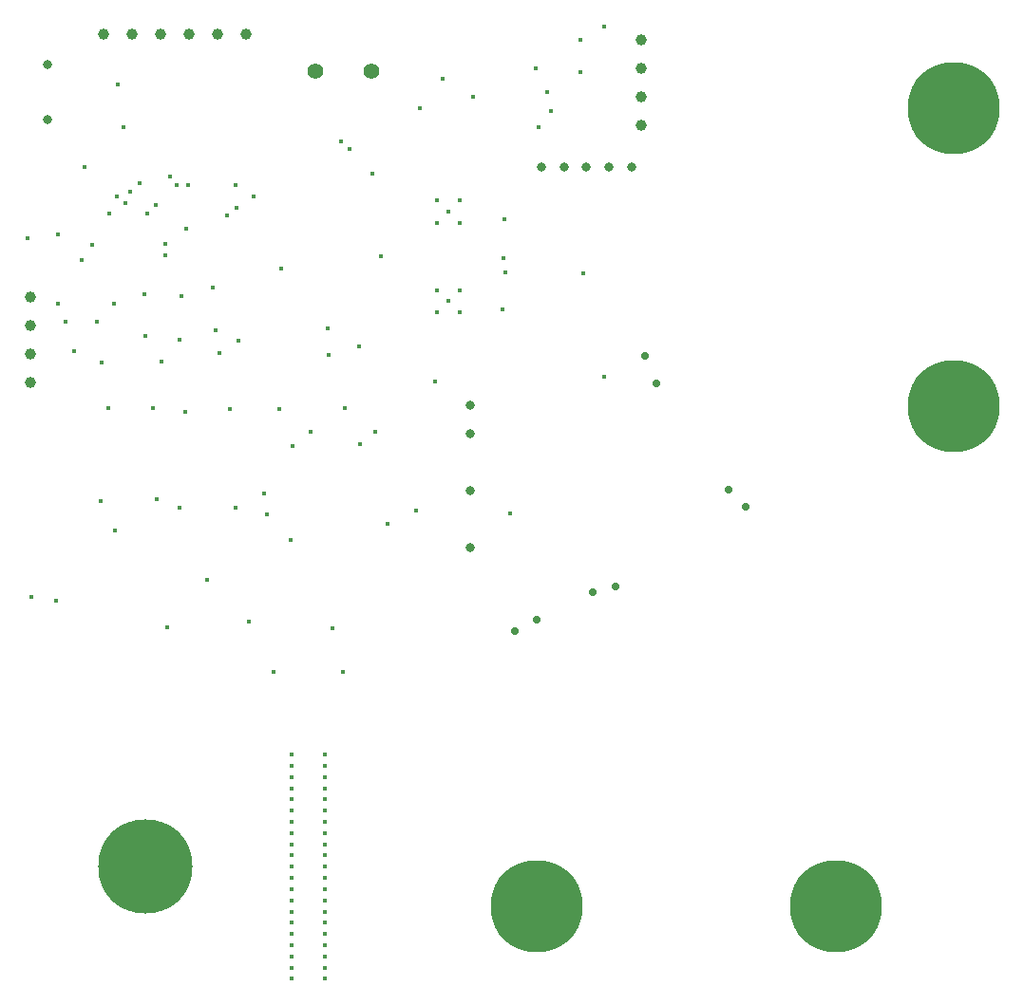
<source format=gbr>
%TF.GenerationSoftware,KiCad,Pcbnew,7.0.9*%
%TF.CreationDate,2024-06-05T16:20:16+05:30*%
%TF.ProjectId,BMS_Master,424d535f-4d61-4737-9465-722e6b696361,rev?*%
%TF.SameCoordinates,Original*%
%TF.FileFunction,Plated,1,2,PTH,Drill*%
%TF.FilePolarity,Positive*%
%FSLAX46Y46*%
G04 Gerber Fmt 4.6, Leading zero omitted, Abs format (unit mm)*
G04 Created by KiCad (PCBNEW 7.0.9) date 2024-06-05 16:20:16*
%MOMM*%
%LPD*%
G01*
G04 APERTURE LIST*
%TA.AperFunction,ViaDrill*%
%ADD10C,0.400000*%
%TD*%
%TA.AperFunction,ComponentDrill*%
%ADD11C,0.700000*%
%TD*%
%TA.AperFunction,ComponentDrill*%
%ADD12C,0.800000*%
%TD*%
%TA.AperFunction,ComponentDrill*%
%ADD13C,0.990600*%
%TD*%
%TA.AperFunction,ComponentDrill*%
%ADD14C,1.000000*%
%TD*%
%TA.AperFunction,ComponentDrill*%
%ADD15C,1.400000*%
%TD*%
%TA.AperFunction,ComponentDrill*%
%ADD16C,8.200000*%
%TD*%
%TA.AperFunction,ComponentDrill*%
%ADD17C,8.400000*%
%TD*%
G04 APERTURE END LIST*
D10*
X189500000Y-77900000D03*
X189800000Y-109900000D03*
X192000000Y-110300000D03*
X192151000Y-83800000D03*
X192200000Y-77600000D03*
X192875500Y-85400000D03*
X193600000Y-88000000D03*
X194300000Y-79900000D03*
X194600000Y-71600000D03*
X195199500Y-78532399D03*
X195700000Y-85400000D03*
X196000000Y-101400000D03*
X196100000Y-89000000D03*
X196700000Y-93100000D03*
X196800000Y-75725500D03*
X197175500Y-83778449D03*
X197300000Y-104000000D03*
X197419786Y-74200000D03*
X197500000Y-64200000D03*
X198000000Y-68000000D03*
X198198335Y-74827979D03*
X198637185Y-73799041D03*
X199514286Y-73024720D03*
X199900000Y-82900000D03*
X200000000Y-86650500D03*
X200162299Y-75762299D03*
X200700000Y-93100000D03*
X200949777Y-74949777D03*
X201000000Y-101200000D03*
X201400000Y-88900000D03*
X201765014Y-79455574D03*
X201800000Y-78400000D03*
X201900000Y-112600000D03*
X202160134Y-72432162D03*
X202800000Y-73200000D03*
X203000000Y-87000000D03*
X203000000Y-102000000D03*
X203200000Y-83100000D03*
X203500000Y-93400000D03*
X203600000Y-77100000D03*
X203799503Y-73200000D03*
X205500000Y-108375500D03*
X206000000Y-82300000D03*
X206269788Y-86100500D03*
X206600000Y-88200000D03*
X207300000Y-75900000D03*
X207500000Y-93200000D03*
X208000000Y-73200000D03*
X208000000Y-102000000D03*
X208131637Y-75175500D03*
X208300000Y-87100000D03*
X209205000Y-112125000D03*
X209600000Y-74200000D03*
X210600000Y-100700000D03*
X210800000Y-102600000D03*
X211400000Y-116600000D03*
X211900000Y-93200000D03*
X212100000Y-80600000D03*
X212951634Y-104844575D03*
X213000000Y-124000000D03*
X213000000Y-125000000D03*
X213000000Y-126000000D03*
X213000000Y-127000000D03*
X213000000Y-128000000D03*
X213000000Y-129000000D03*
X213000000Y-130000000D03*
X213000000Y-131000000D03*
X213000000Y-132000000D03*
X213000000Y-133000000D03*
X213000000Y-134000000D03*
X213000000Y-135000000D03*
X213000000Y-136000000D03*
X213000000Y-137000000D03*
X213000000Y-138000000D03*
X213000000Y-139000000D03*
X213000000Y-140000000D03*
X213000000Y-141000000D03*
X213000000Y-142000000D03*
X213000000Y-143000000D03*
X213000000Y-144000000D03*
X213100000Y-96500000D03*
X214700000Y-95200000D03*
X216000000Y-124000000D03*
X216000000Y-125000000D03*
X216000000Y-126000000D03*
X216000000Y-127000000D03*
X216000000Y-128000000D03*
X216000000Y-129000000D03*
X216000000Y-130000000D03*
X216000000Y-131000000D03*
X216000000Y-132000000D03*
X216000000Y-133000000D03*
X216000000Y-134000000D03*
X216000000Y-135000000D03*
X216000000Y-136000000D03*
X216000000Y-137000000D03*
X216000000Y-138000000D03*
X216000000Y-139000000D03*
X216000000Y-140000000D03*
X216000000Y-141000000D03*
X216000000Y-142000000D03*
X216000000Y-143000000D03*
X216000000Y-144000000D03*
X216200000Y-86000000D03*
X216300000Y-88300000D03*
X216700000Y-112700000D03*
X217400000Y-69275500D03*
X217600000Y-116600000D03*
X217800000Y-93100000D03*
X218200000Y-70000000D03*
X219000000Y-87540000D03*
X219100000Y-96300000D03*
X220200000Y-72200000D03*
X220500000Y-95200000D03*
X221000000Y-79540000D03*
X221600000Y-103400000D03*
X224100000Y-102200000D03*
X224475500Y-66287701D03*
X225800000Y-90700000D03*
X226000000Y-74540000D03*
X226000000Y-76540000D03*
X226000000Y-82540000D03*
X226000000Y-84540000D03*
X226480498Y-63724500D03*
X227000000Y-75540000D03*
X227000000Y-83540000D03*
X228000000Y-74540000D03*
X228000000Y-76540000D03*
X228000000Y-82540000D03*
X228000000Y-84540000D03*
X229199502Y-65300000D03*
X231800000Y-84300000D03*
X231900000Y-79700000D03*
X232000000Y-76200000D03*
X232100000Y-81000000D03*
X232500000Y-102500000D03*
X234800000Y-62800000D03*
X235000000Y-68000000D03*
X235800000Y-64900000D03*
X236107512Y-66578156D03*
X238719502Y-60200000D03*
X238719502Y-63100000D03*
X238975438Y-81074062D03*
X240887701Y-59012299D03*
X240900000Y-90250000D03*
D11*
%TO.C,K1*%
X232900000Y-113000000D03*
X234900000Y-112000000D03*
X239900000Y-109500000D03*
X241900000Y-109000000D03*
%TO.C,K2*%
X244500000Y-88400000D03*
X245500000Y-90900000D03*
X252000000Y-100400000D03*
X253500000Y-101900000D03*
D12*
%TO.C,Y1*%
X191300000Y-62450000D03*
X191300000Y-67330000D03*
%TO.C,IC1*%
X228910000Y-92840000D03*
X228910000Y-95380000D03*
X228910000Y-100460000D03*
X228910000Y-105540000D03*
%TO.C,J4*%
X235300000Y-71600000D03*
X237300000Y-71600000D03*
X239300000Y-71600000D03*
X241300000Y-71600000D03*
X243300000Y-71600000D03*
D13*
%TO.C,U15*%
X244208200Y-60190000D03*
X244208200Y-62730000D03*
X244208200Y-65270000D03*
X244208200Y-67810000D03*
D14*
%TO.C,J2*%
X189700000Y-83200000D03*
X189700000Y-85740000D03*
X189700000Y-88280000D03*
X189700000Y-90820000D03*
%TO.C,J3*%
X196280000Y-59700000D03*
X198820000Y-59700000D03*
X201360000Y-59700000D03*
X203900000Y-59700000D03*
X206440000Y-59700000D03*
X208980000Y-59700000D03*
D15*
%TO.C,J1*%
X215100000Y-63000000D03*
X220100000Y-63000000D03*
D16*
%TO.C,K1*%
X234900000Y-137500000D03*
X261500000Y-137500000D03*
%TO.C,K2*%
X272000000Y-66300000D03*
X272000000Y-92900000D03*
D17*
%TO.C,H1*%
X200000000Y-134000000D03*
M02*

</source>
